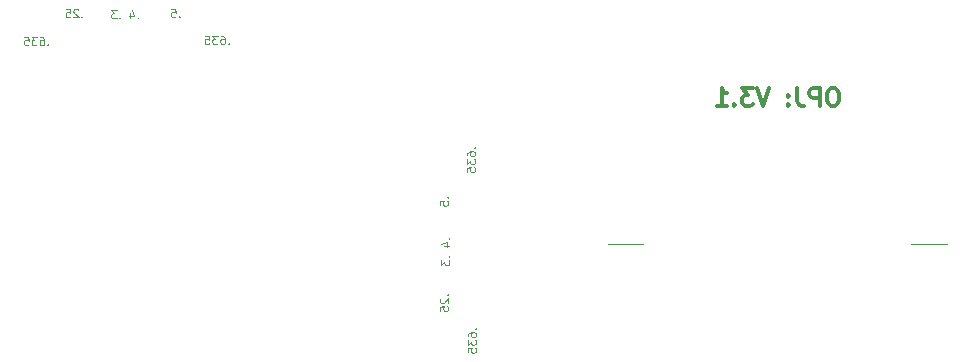
<source format=gbo>
%MOIN*%
%OFA0B0*%
%FSLAX46Y46*%
%IPPOS*%
%LPD*%
%ADD10C,0.011811023622047244*%
%ADD11C,0.0047244094488188976*%
%ADD22C,0.0047244094488188976*%
%ADD23C,0.0047244094488188976*%
G01*
D10*
X0003110134Y0003177820D02*
X0003098886Y0003177820D01*
X0003093262Y0003175007D01*
X0003087637Y0003169383D01*
X0003084825Y0003158135D01*
X0003084825Y0003138449D01*
X0003087637Y0003127201D01*
X0003093262Y0003121577D01*
X0003098886Y0003118764D01*
X0003110134Y0003118764D01*
X0003115759Y0003121577D01*
X0003121383Y0003127201D01*
X0003124195Y0003138449D01*
X0003124195Y0003158135D01*
X0003121383Y0003169383D01*
X0003115759Y0003175007D01*
X0003110134Y0003177820D01*
X0003059516Y0003118764D02*
X0003059516Y0003177820D01*
X0003037019Y0003177820D01*
X0003031394Y0003175007D01*
X0003028582Y0003172195D01*
X0003025770Y0003166571D01*
X0003025770Y0003158135D01*
X0003028582Y0003152510D01*
X0003031394Y0003149698D01*
X0003037019Y0003146886D01*
X0003059516Y0003146886D01*
X0002983588Y0003177820D02*
X0002983588Y0003135637D01*
X0002986400Y0003127201D01*
X0002992024Y0003121577D01*
X0003000461Y0003118764D01*
X0003006085Y0003118764D01*
X0002955466Y0003124389D02*
X0002952654Y0003121577D01*
X0002955466Y0003118764D01*
X0002958278Y0003121577D01*
X0002955466Y0003124389D01*
X0002955466Y0003118764D01*
X0002955466Y0003155322D02*
X0002952654Y0003152510D01*
X0002955466Y0003149698D01*
X0002958278Y0003152510D01*
X0002955466Y0003155322D01*
X0002955466Y0003149698D01*
X0002890787Y0003177820D02*
X0002871102Y0003118764D01*
X0002851417Y0003177820D01*
X0002837356Y0003177820D02*
X0002800798Y0003177820D01*
X0002820483Y0003155322D01*
X0002812047Y0003155322D01*
X0002806422Y0003152510D01*
X0002803610Y0003149698D01*
X0002800798Y0003144074D01*
X0002800798Y0003130013D01*
X0002803610Y0003124389D01*
X0002806422Y0003121577D01*
X0002812047Y0003118764D01*
X0002828920Y0003118764D01*
X0002834544Y0003121577D01*
X0002837356Y0003124389D01*
X0002775489Y0003124389D02*
X0002772677Y0003121577D01*
X0002775489Y0003118764D01*
X0002778301Y0003121577D01*
X0002775489Y0003124389D01*
X0002775489Y0003118764D01*
X0002716434Y0003118764D02*
X0002750179Y0003118764D01*
X0002733307Y0003118764D02*
X0002733307Y0003177820D01*
X0002738931Y0003169383D01*
X0002744555Y0003163759D01*
X0002750179Y0003160947D01*
D11*
X0002472314Y0002659480D02*
X0002354314Y0002659480D01*
X0003365314Y0002659480D02*
X0003483314Y0002659480D01*
G04 next file*
G04 #@! TF.GenerationSoftware,KiCad,Pcbnew,(5.1.12)-1*
G04 #@! TF.CreationDate,2022-03-26T22:12:51+08:00*
G04 #@! TF.ProjectId,Nozzle,4e6f7a7a-6c65-42e6-9b69-6361645f7063,0.5*
G04 #@! TF.SameCoordinates,Original*
G04 #@! TF.FileFunction,Legend,Bot*
G04 #@! TF.FilePolarity,Positive*
G04 Gerber Fmt 4.6, Leading zero omitted, Abs format (unit mm)*
G04 Created by KiCad (PCBNEW (5.1.12)-1) date 2022-03-26 22:12:51*
G01*
G04 APERTURE LIST*
G04 APERTURE END LIST*
G04 next file*
G04 #@! TF.GenerationSoftware,KiCad,Pcbnew,(5.1.12)-1*
G04 #@! TF.CreationDate,2022-03-26T22:12:51+08:00*
G04 #@! TF.ProjectId,Nozzle,4e6f7a7a-6c65-42e6-9b69-6361645f7063,0.5*
G04 #@! TF.SameCoordinates,Original*
G04 #@! TF.FileFunction,Legend,Bot*
G04 #@! TF.FilePolarity,Positive*
G04 Gerber Fmt 4.6, Leading zero omitted, Abs format (unit mm)*
G04 Created by KiCad (PCBNEW (5.1.12)-1) date 2022-03-26 22:12:51*
G01*
G04 APERTURE LIST*
G04 APERTURE END LIST*
G04 next file*
G04 #@! TF.GenerationSoftware,KiCad,Pcbnew,(5.1.12)-1*
G04 #@! TF.CreationDate,2022-03-26T22:12:51+08:00*
G04 #@! TF.ProjectId,Nozzle,4e6f7a7a-6c65-42e6-9b69-6361645f7063,0.5*
G04 #@! TF.SameCoordinates,Original*
G04 #@! TF.FileFunction,Legend,Bot*
G04 #@! TF.FilePolarity,Positive*
G04 Gerber Fmt 4.6, Leading zero omitted, Abs format (unit mm)*
G04 Created by KiCad (PCBNEW (5.1.12)-1) date 2022-03-26 22:12:51*
G01*
G04 APERTURE LIST*
G04 APERTURE END LIST*
G04 next file*
G04 #@! TF.GenerationSoftware,KiCad,Pcbnew,(5.1.12)-1*
G04 #@! TF.CreationDate,2022-03-26T22:19:29+08:00*
G04 #@! TF.ProjectId,Nozzle,4e6f7a7a-6c65-42e6-9b69-6361645f7063,0.5*
G04 #@! TF.SameCoordinates,Original*
G04 #@! TF.FileFunction,Legend,Bot*
G04 #@! TF.FilePolarity,Positive*
G04 Gerber Fmt 4.6, Leading zero omitted, Abs format (unit mm)*
G04 Created by KiCad (PCBNEW (5.1.12)-1) date 2022-03-26 22:19:29*
G01*
G04 APERTURE LIST*
G04 APERTURE END LIST*
D22*
X0000599837Y0003417066D02*
X0000598524Y0003415754D01*
X0000599837Y0003414442D01*
X0000601149Y0003415754D01*
X0000599837Y0003417066D01*
X0000599837Y0003414442D01*
X0000588026Y0003439376D02*
X0000586713Y0003440688D01*
X0000584089Y0003442001D01*
X0000577527Y0003442001D01*
X0000574902Y0003440688D01*
X0000573590Y0003439376D01*
X0000572278Y0003436751D01*
X0000572278Y0003434127D01*
X0000573590Y0003430190D01*
X0000589338Y0003414442D01*
X0000572278Y0003414442D01*
X0000547343Y0003442001D02*
X0000560467Y0003442001D01*
X0000561779Y0003428877D01*
X0000560467Y0003430190D01*
X0000557842Y0003431502D01*
X0000551280Y0003431502D01*
X0000548656Y0003430190D01*
X0000547343Y0003428877D01*
X0000546031Y0003426253D01*
X0000546031Y0003419691D01*
X0000547343Y0003417066D01*
X0000548656Y0003415754D01*
X0000551280Y0003414442D01*
X0000557842Y0003414442D01*
X0000560467Y0003415754D01*
X0000561779Y0003417066D01*
X0000726713Y0003413566D02*
X0000725401Y0003412254D01*
X0000726713Y0003410942D01*
X0000728026Y0003412254D01*
X0000726713Y0003413566D01*
X0000726713Y0003410942D01*
X0000716215Y0003438501D02*
X0000699154Y0003438501D01*
X0000708341Y0003428002D01*
X0000704404Y0003428002D01*
X0000701779Y0003426690D01*
X0000700467Y0003425377D01*
X0000699154Y0003422753D01*
X0000699154Y0003416191D01*
X0000700467Y0003413566D01*
X0000701779Y0003412254D01*
X0000704404Y0003410942D01*
X0000712278Y0003410942D01*
X0000714902Y0003412254D01*
X0000716215Y0003413566D01*
X0000787213Y0003413566D02*
X0000785901Y0003412254D01*
X0000787213Y0003410942D01*
X0000788526Y0003412254D01*
X0000787213Y0003413566D01*
X0000787213Y0003410942D01*
X0000762279Y0003429314D02*
X0000762279Y0003410942D01*
X0000768841Y0003439813D02*
X0000775402Y0003420128D01*
X0000758342Y0003420128D01*
X0000924713Y0003418066D02*
X0000923401Y0003416754D01*
X0000924713Y0003415442D01*
X0000926026Y0003416754D01*
X0000924713Y0003418066D01*
X0000924713Y0003415442D01*
X0000898467Y0003443001D02*
X0000911590Y0003443001D01*
X0000912902Y0003429877D01*
X0000911590Y0003431190D01*
X0000908965Y0003432502D01*
X0000902404Y0003432502D01*
X0000899779Y0003431190D01*
X0000898467Y0003429877D01*
X0000897154Y0003427253D01*
X0000897154Y0003420691D01*
X0000898467Y0003418066D01*
X0000899779Y0003416754D01*
X0000902404Y0003415442D01*
X0000908965Y0003415442D01*
X0000911590Y0003416754D01*
X0000912902Y0003418066D01*
X0001089460Y0003328066D02*
X0001088148Y0003326754D01*
X0001089460Y0003325442D01*
X0001090772Y0003326754D01*
X0001089460Y0003328066D01*
X0001089460Y0003325442D01*
X0001064526Y0003353001D02*
X0001069775Y0003353001D01*
X0001072400Y0003351688D01*
X0001073712Y0003350376D01*
X0001076337Y0003346439D01*
X0001077649Y0003341190D01*
X0001077649Y0003330691D01*
X0001076337Y0003328066D01*
X0001075024Y0003326754D01*
X0001072400Y0003325442D01*
X0001067150Y0003325442D01*
X0001064526Y0003326754D01*
X0001063213Y0003328066D01*
X0001061901Y0003330691D01*
X0001061901Y0003337253D01*
X0001063213Y0003339877D01*
X0001064526Y0003341190D01*
X0001067150Y0003342502D01*
X0001072400Y0003342502D01*
X0001075024Y0003341190D01*
X0001076337Y0003339877D01*
X0001077649Y0003337253D01*
X0001052715Y0003353001D02*
X0001035654Y0003353001D01*
X0001044841Y0003342502D01*
X0001040904Y0003342502D01*
X0001038279Y0003341190D01*
X0001036967Y0003339877D01*
X0001035654Y0003337253D01*
X0001035654Y0003330691D01*
X0001036967Y0003328066D01*
X0001038279Y0003326754D01*
X0001040904Y0003325442D01*
X0001048778Y0003325442D01*
X0001051402Y0003326754D01*
X0001052715Y0003328066D01*
X0001010720Y0003353001D02*
X0001023843Y0003353001D01*
X0001025156Y0003339877D01*
X0001023843Y0003341190D01*
X0001021219Y0003342502D01*
X0001014657Y0003342502D01*
X0001012032Y0003341190D01*
X0001010720Y0003339877D01*
X0001009408Y0003337253D01*
X0001009408Y0003330691D01*
X0001010720Y0003328066D01*
X0001012032Y0003326754D01*
X0001014657Y0003325442D01*
X0001021219Y0003325442D01*
X0001023843Y0003326754D01*
X0001025156Y0003328066D01*
X0000486960Y0003324566D02*
X0000485648Y0003323254D01*
X0000486960Y0003321942D01*
X0000488272Y0003323254D01*
X0000486960Y0003324566D01*
X0000486960Y0003321942D01*
X0000462026Y0003349501D02*
X0000467275Y0003349501D01*
X0000469900Y0003348188D01*
X0000471212Y0003346876D01*
X0000473837Y0003342939D01*
X0000475149Y0003337690D01*
X0000475149Y0003327191D01*
X0000473837Y0003324566D01*
X0000472524Y0003323254D01*
X0000469900Y0003321942D01*
X0000464650Y0003321942D01*
X0000462026Y0003323254D01*
X0000460713Y0003324566D01*
X0000459401Y0003327191D01*
X0000459401Y0003333753D01*
X0000460713Y0003336377D01*
X0000462026Y0003337690D01*
X0000464650Y0003339002D01*
X0000469900Y0003339002D01*
X0000472524Y0003337690D01*
X0000473837Y0003336377D01*
X0000475149Y0003333753D01*
X0000450215Y0003349501D02*
X0000433154Y0003349501D01*
X0000442341Y0003339002D01*
X0000438404Y0003339002D01*
X0000435779Y0003337690D01*
X0000434467Y0003336377D01*
X0000433154Y0003333753D01*
X0000433154Y0003327191D01*
X0000434467Y0003324566D01*
X0000435779Y0003323254D01*
X0000438404Y0003321942D01*
X0000446278Y0003321942D01*
X0000448902Y0003323254D01*
X0000450215Y0003324566D01*
X0000408220Y0003349501D02*
X0000421343Y0003349501D01*
X0000422656Y0003336377D01*
X0000421343Y0003337690D01*
X0000418719Y0003339002D01*
X0000412157Y0003339002D01*
X0000409532Y0003337690D01*
X0000408220Y0003336377D01*
X0000406908Y0003333753D01*
X0000406908Y0003327191D01*
X0000408220Y0003324566D01*
X0000409532Y0003323254D01*
X0000412157Y0003321942D01*
X0000418719Y0003321942D01*
X0000421343Y0003323254D01*
X0000422656Y0003324566D01*
G04 next file*
G04 #@! TF.GenerationSoftware,KiCad,Pcbnew,(5.1.12)-1*
G04 #@! TF.CreationDate,2022-03-26T22:19:29+08:00*
G04 #@! TF.ProjectId,Nozzle,4e6f7a7a-6c65-42e6-9b69-6361645f7063,0.5*
G04 #@! TF.SameCoordinates,Original*
G04 #@! TF.FileFunction,Legend,Bot*
G04 #@! TF.FilePolarity,Positive*
G04 Gerber Fmt 4.6, Leading zero omitted, Abs format (unit mm)*
G04 Created by KiCad (PCBNEW (5.1.12)-1) date 2022-03-26 22:19:29*
G01*
G04 APERTURE LIST*
G04 APERTURE END LIST*
D23*
X0001819153Y0002489600D02*
X0001820465Y0002488288D01*
X0001821778Y0002489600D01*
X0001820465Y0002490913D01*
X0001819153Y0002489600D01*
X0001821778Y0002489600D01*
X0001796843Y0002477790D02*
X0001795531Y0002476477D01*
X0001794219Y0002473852D01*
X0001794219Y0002467291D01*
X0001795531Y0002464666D01*
X0001796843Y0002463354D01*
X0001799468Y0002462041D01*
X0001802093Y0002462041D01*
X0001806030Y0002463354D01*
X0001821778Y0002479102D01*
X0001821778Y0002462041D01*
X0001794219Y0002437107D02*
X0001794219Y0002450230D01*
X0001807342Y0002451543D01*
X0001806030Y0002450230D01*
X0001804717Y0002447606D01*
X0001804717Y0002441044D01*
X0001806030Y0002438419D01*
X0001807342Y0002437107D01*
X0001809967Y0002435795D01*
X0001816528Y0002435795D01*
X0001819153Y0002437107D01*
X0001820465Y0002438419D01*
X0001821778Y0002441044D01*
X0001821778Y0002447606D01*
X0001820465Y0002450230D01*
X0001819153Y0002451543D01*
X0001822653Y0002616477D02*
X0001823965Y0002615165D01*
X0001825278Y0002616477D01*
X0001823965Y0002617789D01*
X0001822653Y0002616477D01*
X0001825278Y0002616477D01*
X0001797719Y0002605978D02*
X0001797719Y0002588918D01*
X0001808217Y0002598104D01*
X0001808217Y0002594167D01*
X0001809530Y0002591543D01*
X0001810842Y0002590230D01*
X0001813467Y0002588918D01*
X0001820028Y0002588918D01*
X0001822653Y0002590230D01*
X0001823965Y0002591543D01*
X0001825278Y0002594167D01*
X0001825278Y0002602041D01*
X0001823965Y0002604666D01*
X0001822653Y0002605978D01*
X0001822653Y0002676977D02*
X0001823965Y0002675665D01*
X0001825278Y0002676977D01*
X0001823965Y0002678290D01*
X0001822653Y0002676977D01*
X0001825278Y0002676977D01*
X0001806905Y0002652043D02*
X0001825278Y0002652043D01*
X0001796406Y0002658604D02*
X0001816091Y0002665166D01*
X0001816091Y0002648106D01*
X0001818153Y0002814477D02*
X0001819465Y0002813165D01*
X0001820778Y0002814477D01*
X0001819465Y0002815789D01*
X0001818153Y0002814477D01*
X0001820778Y0002814477D01*
X0001793219Y0002788230D02*
X0001793219Y0002801354D01*
X0001806342Y0002802666D01*
X0001805030Y0002801354D01*
X0001803717Y0002798729D01*
X0001803717Y0002792167D01*
X0001805030Y0002789543D01*
X0001806342Y0002788230D01*
X0001808967Y0002786918D01*
X0001815528Y0002786918D01*
X0001818153Y0002788230D01*
X0001819465Y0002789543D01*
X0001820778Y0002792167D01*
X0001820778Y0002798729D01*
X0001819465Y0002801354D01*
X0001818153Y0002802666D01*
X0001908153Y0002979224D02*
X0001909465Y0002977912D01*
X0001910778Y0002979224D01*
X0001909465Y0002980536D01*
X0001908153Y0002979224D01*
X0001910778Y0002979224D01*
X0001883219Y0002954289D02*
X0001883219Y0002959539D01*
X0001884531Y0002962164D01*
X0001885843Y0002963476D01*
X0001889780Y0002966101D01*
X0001895030Y0002967413D01*
X0001905528Y0002967413D01*
X0001908153Y0002966101D01*
X0001909465Y0002964788D01*
X0001910778Y0002962164D01*
X0001910778Y0002956914D01*
X0001909465Y0002954289D01*
X0001908153Y0002952977D01*
X0001905528Y0002951665D01*
X0001898967Y0002951665D01*
X0001896342Y0002952977D01*
X0001895030Y0002954289D01*
X0001893717Y0002956914D01*
X0001893717Y0002962164D01*
X0001895030Y0002964788D01*
X0001896342Y0002966101D01*
X0001898967Y0002967413D01*
X0001883219Y0002942478D02*
X0001883219Y0002925418D01*
X0001893717Y0002934604D01*
X0001893717Y0002930667D01*
X0001895030Y0002928043D01*
X0001896342Y0002926730D01*
X0001898967Y0002925418D01*
X0001905528Y0002925418D01*
X0001908153Y0002926730D01*
X0001909465Y0002928043D01*
X0001910778Y0002930667D01*
X0001910778Y0002938541D01*
X0001909465Y0002941166D01*
X0001908153Y0002942478D01*
X0001883219Y0002900484D02*
X0001883219Y0002913607D01*
X0001896342Y0002914919D01*
X0001895030Y0002913607D01*
X0001893717Y0002910982D01*
X0001893717Y0002904421D01*
X0001895030Y0002901796D01*
X0001896342Y0002900484D01*
X0001898967Y0002899171D01*
X0001905528Y0002899171D01*
X0001908153Y0002900484D01*
X0001909465Y0002901796D01*
X0001910778Y0002904421D01*
X0001910778Y0002910982D01*
X0001909465Y0002913607D01*
X0001908153Y0002914919D01*
X0001911653Y0002376724D02*
X0001912965Y0002375412D01*
X0001914278Y0002376724D01*
X0001912965Y0002378036D01*
X0001911653Y0002376724D01*
X0001914278Y0002376724D01*
X0001886719Y0002351790D02*
X0001886719Y0002357039D01*
X0001888031Y0002359663D01*
X0001889343Y0002360976D01*
X0001893280Y0002363601D01*
X0001898530Y0002364913D01*
X0001909028Y0002364913D01*
X0001911653Y0002363601D01*
X0001912965Y0002362288D01*
X0001914278Y0002359663D01*
X0001914278Y0002354414D01*
X0001912965Y0002351790D01*
X0001911653Y0002350477D01*
X0001909028Y0002349165D01*
X0001902467Y0002349165D01*
X0001899842Y0002350477D01*
X0001898530Y0002351790D01*
X0001897217Y0002354414D01*
X0001897217Y0002359663D01*
X0001898530Y0002362288D01*
X0001899842Y0002363601D01*
X0001902467Y0002364913D01*
X0001886719Y0002339978D02*
X0001886719Y0002322918D01*
X0001897217Y0002332104D01*
X0001897217Y0002328167D01*
X0001898530Y0002325543D01*
X0001899842Y0002324230D01*
X0001902467Y0002322918D01*
X0001909028Y0002322918D01*
X0001911653Y0002324230D01*
X0001912965Y0002325543D01*
X0001914278Y0002328167D01*
X0001914278Y0002336041D01*
X0001912965Y0002338666D01*
X0001911653Y0002339978D01*
X0001886719Y0002297984D02*
X0001886719Y0002311107D01*
X0001899842Y0002312419D01*
X0001898530Y0002311107D01*
X0001897217Y0002308482D01*
X0001897217Y0002301921D01*
X0001898530Y0002299296D01*
X0001899842Y0002297984D01*
X0001902467Y0002296671D01*
X0001909028Y0002296671D01*
X0001911653Y0002297984D01*
X0001912965Y0002299296D01*
X0001914278Y0002301921D01*
X0001914278Y0002308482D01*
X0001912965Y0002311107D01*
X0001911653Y0002312419D01*
G04 next file*
G04 #@! TF.GenerationSoftware,KiCad,Pcbnew,(5.1.12)-1*
G04 #@! TF.CreationDate,2022-03-26T22:23:47+08:00*
G04 #@! TF.ProjectId,Nozzle,4e6f7a7a-6c65-42e6-9b69-6361645f7063,0.5*
G04 #@! TF.SameCoordinates,Original*
G04 #@! TF.FileFunction,Legend,Bot*
G04 #@! TF.FilePolarity,Positive*
G04 Gerber Fmt 4.6, Leading zero omitted, Abs format (unit mm)*
G04 Created by KiCad (PCBNEW (5.1.12)-1) date 2022-03-26 22:23:47*
G01*
G04 APERTURE LIST*
G04 APERTURE END LIST*
G04 next file*
G04 #@! TF.GenerationSoftware,KiCad,Pcbnew,(5.1.12)-1*
G04 #@! TF.CreationDate,2022-03-26T22:12:19+08:00*
G04 #@! TF.ProjectId,Nozzle,4e6f7a7a-6c65-42e6-9b69-6361645f7063,0.5*
G04 #@! TF.SameCoordinates,Original*
G04 #@! TF.FileFunction,Legend,Bot*
G04 #@! TF.FilePolarity,Positive*
G04 Gerber Fmt 4.6, Leading zero omitted, Abs format (unit mm)*
G04 Created by KiCad (PCBNEW (5.1.12)-1) date 2022-03-26 22:12:19*
G01*
G04 APERTURE LIST*
G04 APERTURE END LIST*
M02*
</source>
